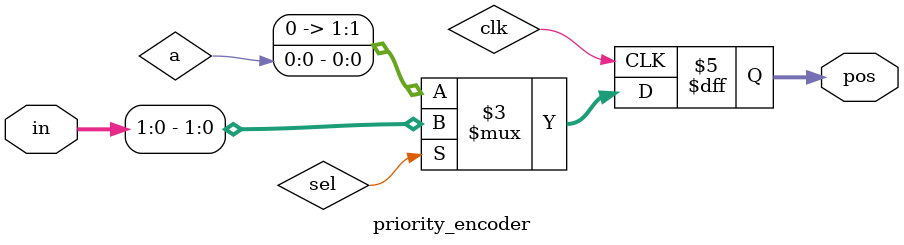
<source format=v>
module priority_encoder( 
input [2:0] in,
output reg [1:0] pos ); 
// When sel=1, assign b to out
// When sel=0, assign a to out
always @(posedge clk) begin
  if (sel)
    pos <= in;
  else
    pos <= a;
end
endmodule

</source>
